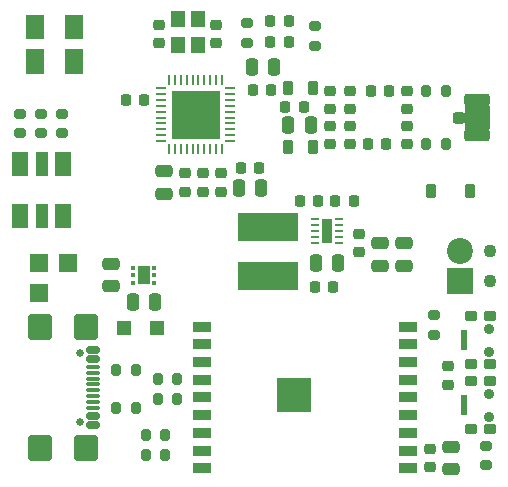
<source format=gbr>
%TF.GenerationSoftware,KiCad,Pcbnew,8.0.3*%
%TF.CreationDate,2024-08-19T09:40:13+02:00*%
%TF.ProjectId,Homekey,486f6d65-6b65-4792-9e6b-696361645f70,rev?*%
%TF.SameCoordinates,Original*%
%TF.FileFunction,Soldermask,Top*%
%TF.FilePolarity,Negative*%
%FSLAX46Y46*%
G04 Gerber Fmt 4.6, Leading zero omitted, Abs format (unit mm)*
G04 Created by KiCad (PCBNEW 8.0.3) date 2024-08-19 09:40:13*
%MOMM*%
%LPD*%
G01*
G04 APERTURE LIST*
G04 Aperture macros list*
%AMRoundRect*
0 Rectangle with rounded corners*
0 $1 Rounding radius*
0 $2 $3 $4 $5 $6 $7 $8 $9 X,Y pos of 4 corners*
0 Add a 4 corners polygon primitive as box body*
4,1,4,$2,$3,$4,$5,$6,$7,$8,$9,$2,$3,0*
0 Add four circle primitives for the rounded corners*
1,1,$1+$1,$2,$3*
1,1,$1+$1,$4,$5*
1,1,$1+$1,$6,$7*
1,1,$1+$1,$8,$9*
0 Add four rect primitives between the rounded corners*
20,1,$1+$1,$2,$3,$4,$5,0*
20,1,$1+$1,$4,$5,$6,$7,0*
20,1,$1+$1,$6,$7,$8,$9,0*
20,1,$1+$1,$8,$9,$2,$3,0*%
%AMFreePoly0*
4,1,6,1.000000,0.000000,0.500000,-0.750000,-0.500000,-0.750000,-0.500000,0.750000,0.500000,0.750000,1.000000,0.000000,1.000000,0.000000,$1*%
G04 Aperture macros list end*
%ADD10RoundRect,0.200000X-0.200000X-0.275000X0.200000X-0.275000X0.200000X0.275000X-0.200000X0.275000X0*%
%ADD11RoundRect,0.225000X0.250000X-0.225000X0.250000X0.225000X-0.250000X0.225000X-0.250000X-0.225000X0*%
%ADD12R,1.500000X1.500000*%
%ADD13RoundRect,0.250000X0.250000X0.475000X-0.250000X0.475000X-0.250000X-0.475000X0.250000X-0.475000X0*%
%ADD14RoundRect,0.225000X-0.225000X-0.250000X0.225000X-0.250000X0.225000X0.250000X-0.225000X0.250000X0*%
%ADD15RoundRect,0.225000X-0.250000X0.225000X-0.250000X-0.225000X0.250000X-0.225000X0.250000X0.225000X0*%
%ADD16RoundRect,0.062500X0.300000X0.062500X-0.300000X0.062500X-0.300000X-0.062500X0.300000X-0.062500X0*%
%ADD17R,0.900000X2.000000*%
%ADD18RoundRect,0.250000X-0.475000X0.250000X-0.475000X-0.250000X0.475000X-0.250000X0.475000X0.250000X0*%
%ADD19RoundRect,0.218750X0.256250X-0.218750X0.256250X0.218750X-0.256250X0.218750X-0.256250X-0.218750X0*%
%ADD20RoundRect,0.218750X0.218750X0.381250X-0.218750X0.381250X-0.218750X-0.381250X0.218750X-0.381250X0*%
%ADD21RoundRect,0.250000X-0.250000X-0.475000X0.250000X-0.475000X0.250000X0.475000X-0.250000X0.475000X0*%
%ADD22RoundRect,0.225000X0.225000X0.250000X-0.225000X0.250000X-0.225000X-0.250000X0.225000X-0.250000X0*%
%ADD23RoundRect,0.225000X-0.225000X-0.375000X0.225000X-0.375000X0.225000X0.375000X-0.225000X0.375000X0*%
%ADD24RoundRect,0.218750X-0.218750X-0.381250X0.218750X-0.381250X0.218750X0.381250X-0.218750X0.381250X0*%
%ADD25RoundRect,0.200000X-0.275000X0.200000X-0.275000X-0.200000X0.275000X-0.200000X0.275000X0.200000X0*%
%ADD26FreePoly0,90.000000*%
%ADD27FreePoly0,270.000000*%
%ADD28RoundRect,0.200000X0.275000X-0.200000X0.275000X0.200000X-0.275000X0.200000X-0.275000X-0.200000X0*%
%ADD29C,0.900000*%
%ADD30RoundRect,0.135000X0.365000X-0.315000X0.365000X0.315000X-0.365000X0.315000X-0.365000X-0.315000X0*%
%ADD31RoundRect,0.082500X0.192500X-0.767500X0.192500X0.767500X-0.192500X0.767500X-0.192500X-0.767500X0*%
%ADD32RoundRect,0.250000X-0.275000X-0.250000X0.275000X-0.250000X0.275000X0.250000X-0.275000X0.250000X0*%
%ADD33RoundRect,0.250000X-0.850000X-0.275000X0.850000X-0.275000X0.850000X0.275000X-0.850000X0.275000X0*%
%ADD34RoundRect,0.062500X0.375000X0.062500X-0.375000X0.062500X-0.375000X-0.062500X0.375000X-0.062500X0*%
%ADD35RoundRect,0.062500X0.062500X0.375000X-0.062500X0.375000X-0.062500X-0.375000X0.062500X-0.375000X0*%
%ADD36R,4.100000X4.100000*%
%ADD37R,5.100000X2.350000*%
%ADD38R,1.200000X1.200000*%
%ADD39R,1.400000X2.000000*%
%ADD40R,1.000000X2.000000*%
%ADD41RoundRect,0.093750X-0.093750X-0.106250X0.093750X-0.106250X0.093750X0.106250X-0.093750X0.106250X0*%
%ADD42R,1.000000X1.600000*%
%ADD43C,1.100000*%
%ADD44R,2.200000X2.200000*%
%ADD45C,2.200000*%
%ADD46R,1.500000X0.900000*%
%ADD47C,0.600000*%
%ADD48R,2.900000X2.900000*%
%ADD49RoundRect,0.250000X0.475000X-0.250000X0.475000X0.250000X-0.475000X0.250000X-0.475000X-0.250000X0*%
%ADD50C,0.650000*%
%ADD51RoundRect,0.150000X-0.425000X0.150000X-0.425000X-0.150000X0.425000X-0.150000X0.425000X0.150000X0*%
%ADD52RoundRect,0.075000X-0.500000X0.075000X-0.500000X-0.075000X0.500000X-0.075000X0.500000X0.075000X0*%
%ADD53RoundRect,0.250000X-0.750000X0.840000X-0.750000X-0.840000X0.750000X-0.840000X0.750000X0.840000X0*%
%ADD54R,1.200000X1.400000*%
G04 APERTURE END LIST*
%TO.C,J1*%
G36*
X192235000Y-69810000D02*
G01*
X194325000Y-69810000D01*
X194325000Y-71690000D01*
X192235000Y-71690000D01*
X192235000Y-69810000D01*
G37*
%TD*%
D10*
%TO.C,R9*%
X166175000Y-94600000D03*
X167825000Y-94600000D03*
%TD*%
D11*
%TO.C,C22*%
X187250000Y-70025000D03*
X187250000Y-68475000D03*
%TD*%
D12*
%TO.C,GND1*%
X156100000Y-85650000D03*
%TD*%
D13*
%TO.C,C30*%
X165950000Y-86350000D03*
X164050000Y-86350000D03*
%TD*%
D10*
%TO.C,R6*%
X162675000Y-92100000D03*
X164325000Y-92100000D03*
%TD*%
D14*
%TO.C,C15*%
X175725000Y-62600000D03*
X177275000Y-62600000D03*
%TD*%
D15*
%TO.C,C4*%
X166250000Y-62875000D03*
X166250000Y-64425000D03*
%TD*%
D16*
%TO.C,U3*%
X181537500Y-81350000D03*
X181537500Y-80850000D03*
X181537500Y-80350000D03*
X181537500Y-79850000D03*
X181537500Y-79350000D03*
X179512500Y-79350000D03*
X179512500Y-79850000D03*
X179512500Y-80350000D03*
X179512500Y-80850000D03*
X179512500Y-81350000D03*
D17*
X180525000Y-80350000D03*
%TD*%
D18*
%TO.C,C13*%
X166750000Y-75300000D03*
X166750000Y-77200000D03*
%TD*%
D15*
%TO.C,C32*%
X189250000Y-98825000D03*
X189250000Y-100375000D03*
%TD*%
D19*
%TO.C,FB1*%
X168500000Y-77037500D03*
X168500000Y-75462500D03*
%TD*%
D20*
%TO.C,L1*%
X179312500Y-68250000D03*
X177187500Y-68250000D03*
%TD*%
D11*
%TO.C,C1*%
X171150000Y-64425000D03*
X171150000Y-62875000D03*
%TD*%
D21*
%TO.C,C27*%
X179550000Y-83100000D03*
X181450000Y-83100000D03*
%TD*%
D22*
%TO.C,C24*%
X179775000Y-77850000D03*
X178225000Y-77850000D03*
%TD*%
D14*
%TO.C,C21*%
X183975000Y-73000000D03*
X185525000Y-73000000D03*
%TD*%
D23*
%TO.C,D1*%
X189350000Y-76950000D03*
X192650000Y-76950000D03*
%TD*%
D21*
%TO.C,C6*%
X173050000Y-76750000D03*
X174950000Y-76750000D03*
%TD*%
D24*
%TO.C,L2*%
X177187500Y-73250000D03*
X179312500Y-73250000D03*
%TD*%
D22*
%TO.C,C7*%
X175775000Y-68450000D03*
X174225000Y-68450000D03*
%TD*%
D25*
%TO.C,R2*%
X173750000Y-62775000D03*
X173750000Y-64425000D03*
%TD*%
D10*
%TO.C,R7*%
X162675000Y-95350000D03*
X164325000Y-95350000D03*
%TD*%
D12*
%TO.C,SEL0*%
X159050000Y-65750000D03*
X159050000Y-63350000D03*
D26*
X159050000Y-66550000D03*
D27*
X159050000Y-62550000D03*
%TD*%
D28*
%TO.C,R11*%
X189600000Y-89150000D03*
X189600000Y-87500000D03*
%TD*%
D22*
%TO.C,C28*%
X181050000Y-85100000D03*
X179500000Y-85100000D03*
%TD*%
D15*
%TO.C,C17*%
X180750000Y-71475000D03*
X180750000Y-73025000D03*
%TD*%
D29*
%TO.C,RST1*%
X194250000Y-96075000D03*
X194250000Y-94125000D03*
D30*
X192700000Y-97150000D03*
X192700000Y-93050000D03*
X194300000Y-97150000D03*
X194300000Y-93050000D03*
D31*
X192075000Y-95100000D03*
%TD*%
D11*
%TO.C,C19*%
X182500000Y-73025000D03*
X182500000Y-71475000D03*
%TD*%
D32*
%TO.C,J1*%
X191700000Y-70750000D03*
D33*
X193225000Y-69275000D03*
X193225000Y-72225000D03*
%TD*%
D22*
%TO.C,C8*%
X178525000Y-69850000D03*
X176975000Y-69850000D03*
%TD*%
D34*
%TO.C,U2*%
X172317500Y-72750000D03*
X172317500Y-72250000D03*
X172317500Y-71750000D03*
X172317500Y-71250000D03*
X172317500Y-70750000D03*
X172317500Y-70250000D03*
X172317500Y-69750000D03*
X172317500Y-69250000D03*
X172317500Y-68750000D03*
X172317500Y-68250000D03*
D35*
X171630000Y-67562500D03*
X171130000Y-67562500D03*
X170630000Y-67562500D03*
X170130000Y-67562500D03*
X169630000Y-67562500D03*
X169130000Y-67562500D03*
X168630000Y-67562500D03*
X168130000Y-67562500D03*
X167630000Y-67562500D03*
X167130000Y-67562500D03*
D34*
X166442500Y-68250000D03*
X166442500Y-68750000D03*
X166442500Y-69250000D03*
X166442500Y-69750000D03*
X166442500Y-70250000D03*
X166442500Y-70750000D03*
X166442500Y-71250000D03*
X166442500Y-71750000D03*
X166442500Y-72250000D03*
X166442500Y-72750000D03*
D35*
X167130000Y-73437500D03*
X167630000Y-73437500D03*
X168130000Y-73437500D03*
X168630000Y-73437500D03*
X169130000Y-73437500D03*
X169630000Y-73437500D03*
X170130000Y-73437500D03*
X170630000Y-73437500D03*
X171130000Y-73437500D03*
X171630000Y-73437500D03*
D36*
X169380000Y-70500000D03*
%TD*%
D28*
%TO.C,R15*%
X154550000Y-72075000D03*
X154550000Y-70425000D03*
%TD*%
D22*
%TO.C,C5*%
X174775000Y-75000000D03*
X173225000Y-75000000D03*
%TD*%
D14*
%TO.C,C26*%
X181225000Y-77850000D03*
X182775000Y-77850000D03*
%TD*%
D18*
%TO.C,C31*%
X162250000Y-83150000D03*
X162250000Y-85050000D03*
%TD*%
D11*
%TO.C,C9*%
X171500000Y-77025000D03*
X171500000Y-75475000D03*
%TD*%
D21*
%TO.C,C11*%
X177250000Y-71350000D03*
X179150000Y-71350000D03*
%TD*%
%TO.C,C10*%
X174150000Y-66450000D03*
X176050000Y-66450000D03*
%TD*%
D10*
%TO.C,R1*%
X165175000Y-99350000D03*
X166825000Y-99350000D03*
%TD*%
%TO.C,R5*%
X188925000Y-73000000D03*
X190575000Y-73000000D03*
%TD*%
D19*
%TO.C,FB2*%
X170000000Y-77037500D03*
X170000000Y-75462500D03*
%TD*%
D28*
%TO.C,R13*%
X158050000Y-72075000D03*
X158050000Y-70425000D03*
%TD*%
D37*
%TO.C,L3*%
X175525000Y-80025000D03*
X175525000Y-84175000D03*
%TD*%
D38*
%TO.C,D2*%
X166150000Y-88600000D03*
X163350000Y-88600000D03*
%TD*%
D10*
%TO.C,R8*%
X166175000Y-92850000D03*
X167825000Y-92850000D03*
%TD*%
D39*
%TO.C,D3*%
X158150000Y-74650000D03*
D40*
X156350000Y-74650000D03*
D39*
X154550000Y-74650000D03*
X154550000Y-79050000D03*
D40*
X156350000Y-79050000D03*
D39*
X158150000Y-79050000D03*
%TD*%
D29*
%TO.C,BOOT1*%
X194250000Y-90575000D03*
X194250000Y-88625000D03*
D30*
X192700000Y-91650000D03*
X192700000Y-87550000D03*
X194300000Y-91650000D03*
X194300000Y-87550000D03*
D31*
X192075000Y-89600000D03*
%TD*%
D41*
%TO.C,U4*%
X164112500Y-83450000D03*
X164112500Y-84100000D03*
X164112500Y-84750000D03*
X165887500Y-84750000D03*
X165887500Y-84100000D03*
X165887500Y-83450000D03*
D42*
X165000000Y-84100000D03*
%TD*%
D11*
%TO.C,C23*%
X187250000Y-73025000D03*
X187250000Y-71475000D03*
%TD*%
D12*
%TO.C,SEL1*%
X155800000Y-65750000D03*
X155800000Y-63350000D03*
D26*
X155800000Y-66550000D03*
D27*
X155800000Y-62550000D03*
%TD*%
D11*
%TO.C,C16*%
X182500000Y-70025000D03*
X182500000Y-68475000D03*
%TD*%
D43*
%TO.C,J2*%
X194290000Y-84620000D03*
X194290000Y-82080000D03*
D44*
X191750000Y-84620000D03*
D45*
X191750000Y-82080000D03*
%TD*%
D14*
%TO.C,C20*%
X184225000Y-68500000D03*
X185775000Y-68500000D03*
%TD*%
D28*
%TO.C,R10*%
X194000000Y-100175000D03*
X194000000Y-98525000D03*
%TD*%
D18*
%TO.C,C25*%
X185000000Y-81400000D03*
X185000000Y-83300000D03*
%TD*%
D10*
%TO.C,R4*%
X188925000Y-68500000D03*
X190575000Y-68500000D03*
%TD*%
%TO.C,R12*%
X165175000Y-97650000D03*
X166825000Y-97650000D03*
%TD*%
D28*
%TO.C,R14*%
X156300000Y-72075000D03*
X156300000Y-70425000D03*
%TD*%
D46*
%TO.C,U1*%
X187410000Y-100450000D03*
X187410000Y-98950000D03*
X187410000Y-97450000D03*
X187410000Y-95950000D03*
X187410000Y-94450000D03*
X187410000Y-92950000D03*
X187410000Y-91450000D03*
X187410000Y-89950000D03*
X187410000Y-88450000D03*
X169910000Y-88450000D03*
X169910000Y-89950000D03*
X169910000Y-91450000D03*
X169910000Y-92950000D03*
X169910000Y-94450000D03*
X169910000Y-95950000D03*
X169910000Y-97450000D03*
X169910000Y-98950000D03*
X169910000Y-100450000D03*
D47*
X178660000Y-95250000D03*
X178660000Y-94050000D03*
X178260000Y-94650000D03*
X178260000Y-93450000D03*
X177860000Y-95250000D03*
X177860000Y-94050000D03*
D48*
X177700000Y-94250000D03*
D47*
X177460000Y-94650000D03*
X177460000Y-93450000D03*
X177060000Y-95250000D03*
X177060000Y-94050000D03*
X176660000Y-94650000D03*
X176660000Y-93450000D03*
%TD*%
D12*
%TO.C,RX1*%
X158600000Y-83050000D03*
%TD*%
D18*
%TO.C,C3*%
X187000000Y-81400000D03*
X187000000Y-83300000D03*
%TD*%
D11*
%TO.C,C2*%
X183250000Y-82125000D03*
X183250000Y-80575000D03*
%TD*%
D12*
%TO.C,TX1*%
X156100000Y-83050000D03*
%TD*%
D11*
%TO.C,C18*%
X180750000Y-70025000D03*
X180750000Y-68475000D03*
%TD*%
D49*
%TO.C,C33*%
X191000000Y-100550000D03*
X191000000Y-98650000D03*
%TD*%
D50*
%TO.C,J3*%
X159605000Y-90710000D03*
X159605000Y-96490000D03*
D51*
X160680000Y-90400000D03*
X160680000Y-91200000D03*
D52*
X160680000Y-92350000D03*
X160680000Y-93350000D03*
X160680000Y-93850000D03*
X160680000Y-94850000D03*
D51*
X160680000Y-96000000D03*
X160680000Y-96800000D03*
X160680000Y-96800000D03*
X160680000Y-96000000D03*
D52*
X160680000Y-95350000D03*
X160680000Y-94350000D03*
X160680000Y-92850000D03*
X160680000Y-91850000D03*
D51*
X160680000Y-91200000D03*
X160680000Y-90400000D03*
D53*
X160105000Y-88490000D03*
X156175000Y-88490000D03*
X160105000Y-98710000D03*
X156175000Y-98710000D03*
%TD*%
D25*
%TO.C,R3*%
X179500000Y-63025000D03*
X179500000Y-64675000D03*
%TD*%
D14*
%TO.C,C14*%
X175725000Y-64350000D03*
X177275000Y-64350000D03*
%TD*%
D54*
%TO.C,Y1*%
X169600000Y-64650000D03*
X169600000Y-62450000D03*
X167900000Y-62450000D03*
X167900000Y-64650000D03*
%TD*%
D11*
%TO.C,C34*%
X190750000Y-93375000D03*
X190750000Y-91825000D03*
%TD*%
D14*
%TO.C,C12*%
X163475000Y-69250000D03*
X165025000Y-69250000D03*
%TD*%
M02*

</source>
